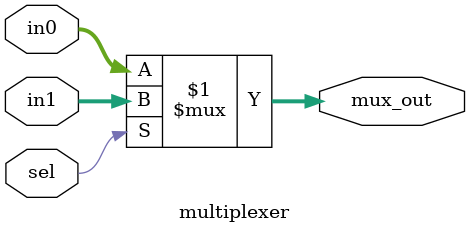
<source format=v>
`timescale 1ns / 1ps


module multiplexer (
    input [15:0] in0,
    input [15:0] in1,
    input sel,
    output [15:0] mux_out
);
    assign mux_out = sel ? in1 : in0;
endmodule

</source>
